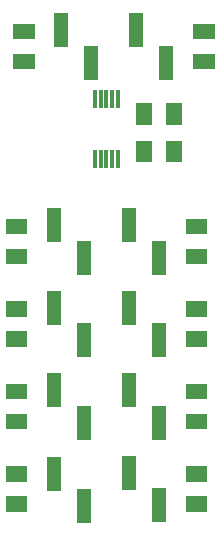
<source format=gtp>
G04 #@! TF.GenerationSoftware,KiCad,Pcbnew,(5.1.6)-1*
G04 #@! TF.CreationDate,2023-01-22T16:57:25+01:00*
G04 #@! TF.ProjectId,testing-board,74657374-696e-4672-9d62-6f6172642e6b,rev?*
G04 #@! TF.SameCoordinates,Original*
G04 #@! TF.FileFunction,Paste,Top*
G04 #@! TF.FilePolarity,Positive*
%FSLAX46Y46*%
G04 Gerber Fmt 4.6, Leading zero omitted, Abs format (unit mm)*
G04 Created by KiCad (PCBNEW (5.1.6)-1) date 2023-01-22 16:57:25*
%MOMM*%
%LPD*%
G01*
G04 APERTURE LIST*
%ADD10R,0.350000X1.500000*%
%ADD11C,0.100000*%
%ADD12R,1.250000X3.000000*%
G04 APERTURE END LIST*
D10*
X136255000Y-84455000D03*
X135755000Y-84455000D03*
X135255000Y-84455000D03*
X134755000Y-84455000D03*
X134255000Y-84455000D03*
X134255000Y-79375000D03*
X134755000Y-79375000D03*
X135255000Y-79375000D03*
X136255000Y-79375000D03*
X135755000Y-79375000D03*
D11*
G36*
X141975000Y-99045000D02*
G01*
X143775000Y-99045000D01*
X143775000Y-100345000D01*
X141975000Y-100345000D01*
X141975000Y-99045000D01*
G37*
G36*
X141975000Y-96505000D02*
G01*
X143775000Y-96505000D01*
X143775000Y-97805000D01*
X141975000Y-97805000D01*
X141975000Y-96505000D01*
G37*
G36*
X141975000Y-92060000D02*
G01*
X143775000Y-92060000D01*
X143775000Y-93360000D01*
X141975000Y-93360000D01*
X141975000Y-92060000D01*
G37*
G36*
X141975000Y-89520000D02*
G01*
X143775000Y-89520000D01*
X143775000Y-90820000D01*
X141975000Y-90820000D01*
X141975000Y-89520000D01*
G37*
G36*
X126735000Y-99045000D02*
G01*
X128535000Y-99045000D01*
X128535000Y-100345000D01*
X126735000Y-100345000D01*
X126735000Y-99045000D01*
G37*
G36*
X126735000Y-96505000D02*
G01*
X128535000Y-96505000D01*
X128535000Y-97805000D01*
X126735000Y-97805000D01*
X126735000Y-96505000D01*
G37*
G36*
X126735000Y-92060000D02*
G01*
X128535000Y-92060000D01*
X128535000Y-93360000D01*
X126735000Y-93360000D01*
X126735000Y-92060000D01*
G37*
G36*
X126735000Y-89520000D02*
G01*
X128535000Y-89520000D01*
X128535000Y-90820000D01*
X126735000Y-90820000D01*
X126735000Y-89520000D01*
G37*
G36*
X141975000Y-113015000D02*
G01*
X143775000Y-113015000D01*
X143775000Y-114315000D01*
X141975000Y-114315000D01*
X141975000Y-113015000D01*
G37*
G36*
X141975000Y-110475000D02*
G01*
X143775000Y-110475000D01*
X143775000Y-111775000D01*
X141975000Y-111775000D01*
X141975000Y-110475000D01*
G37*
G36*
X141975000Y-106030000D02*
G01*
X143775000Y-106030000D01*
X143775000Y-107330000D01*
X141975000Y-107330000D01*
X141975000Y-106030000D01*
G37*
G36*
X141975000Y-103490000D02*
G01*
X143775000Y-103490000D01*
X143775000Y-104790000D01*
X141975000Y-104790000D01*
X141975000Y-103490000D01*
G37*
G36*
X126735000Y-113015000D02*
G01*
X128535000Y-113015000D01*
X128535000Y-114315000D01*
X126735000Y-114315000D01*
X126735000Y-113015000D01*
G37*
G36*
X126735000Y-110475000D02*
G01*
X128535000Y-110475000D01*
X128535000Y-111775000D01*
X126735000Y-111775000D01*
X126735000Y-110475000D01*
G37*
G36*
X126735000Y-106030000D02*
G01*
X128535000Y-106030000D01*
X128535000Y-107330000D01*
X126735000Y-107330000D01*
X126735000Y-106030000D01*
G37*
G36*
X126735000Y-103490000D02*
G01*
X128535000Y-103490000D01*
X128535000Y-104790000D01*
X126735000Y-104790000D01*
X126735000Y-103490000D01*
G37*
G36*
X144410000Y-74310000D02*
G01*
X142610000Y-74310000D01*
X142610000Y-73010000D01*
X144410000Y-73010000D01*
X144410000Y-74310000D01*
G37*
G36*
X144410000Y-76850000D02*
G01*
X142610000Y-76850000D01*
X142610000Y-75550000D01*
X144410000Y-75550000D01*
X144410000Y-76850000D01*
G37*
G36*
X129170000Y-74310000D02*
G01*
X127370000Y-74310000D01*
X127370000Y-73010000D01*
X129170000Y-73010000D01*
X129170000Y-74310000D01*
G37*
G36*
X129170000Y-76850000D02*
G01*
X127370000Y-76850000D01*
X127370000Y-75550000D01*
X129170000Y-75550000D01*
X129170000Y-76850000D01*
G37*
D12*
X139700000Y-92815000D03*
X137160000Y-90065000D03*
X130810000Y-90065000D03*
X133350000Y-92815000D03*
X139700000Y-99800000D03*
X137160000Y-97050000D03*
X130810000Y-97050000D03*
X133350000Y-99800000D03*
X139700000Y-106785000D03*
X137160000Y-104035000D03*
X130810000Y-104035000D03*
X133350000Y-106785000D03*
X139700000Y-113770000D03*
X137160000Y-111020000D03*
X130810000Y-111125000D03*
X133350000Y-113875000D03*
X140335000Y-76305000D03*
X137795000Y-73555000D03*
X131445000Y-73555000D03*
X133985000Y-76305000D03*
D11*
G36*
X140320000Y-84720000D02*
G01*
X140320000Y-82920000D01*
X141620000Y-82920000D01*
X141620000Y-84720000D01*
X140320000Y-84720000D01*
G37*
G36*
X137780000Y-84720000D02*
G01*
X137780000Y-82920000D01*
X139080000Y-82920000D01*
X139080000Y-84720000D01*
X137780000Y-84720000D01*
G37*
G36*
X140320000Y-81545000D02*
G01*
X140320000Y-79745000D01*
X141620000Y-79745000D01*
X141620000Y-81545000D01*
X140320000Y-81545000D01*
G37*
G36*
X137780000Y-81545000D02*
G01*
X137780000Y-79745000D01*
X139080000Y-79745000D01*
X139080000Y-81545000D01*
X137780000Y-81545000D01*
G37*
M02*

</source>
